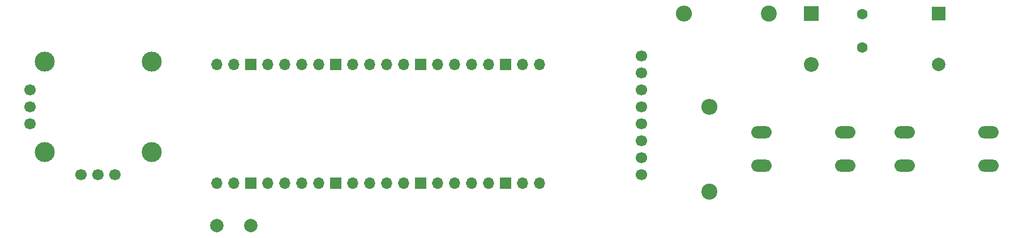
<source format=gbr>
%TF.GenerationSoftware,KiCad,Pcbnew,7.0.10*%
%TF.CreationDate,2024-02-15T20:28:35+01:00*%
%TF.ProjectId,pico_game_console,7069636f-5f67-4616-9d65-5f636f6e736f,rev?*%
%TF.SameCoordinates,Original*%
%TF.FileFunction,Soldermask,Top*%
%TF.FilePolarity,Negative*%
%FSLAX46Y46*%
G04 Gerber Fmt 4.6, Leading zero omitted, Abs format (unit mm)*
G04 Created by KiCad (PCBNEW 7.0.10) date 2024-02-15 20:28:35*
%MOMM*%
%LPD*%
G01*
G04 APERTURE LIST*
%ADD10C,1.700000*%
%ADD11O,1.700000X1.700000*%
%ADD12R,1.700000X1.700000*%
%ADD13C,3.000000*%
%ADD14C,2.000000*%
%ADD15O,3.048000X1.850000*%
%ADD16O,2.400000X2.400000*%
%ADD17C,2.400000*%
%ADD18R,2.200000X2.200000*%
%ADD19O,2.200000X2.200000*%
%ADD20C,1.600000*%
%ADD21R,2.000000X2.000000*%
G04 APERTURE END LIST*
D10*
%TO.C,LCD1*%
X135890000Y-45720000D03*
X135890000Y-43180000D03*
X135890000Y-40640000D03*
X135890000Y-38100000D03*
X135890000Y-35560000D03*
X135890000Y-33020000D03*
X135890000Y-30480000D03*
X135890000Y-27940000D03*
%TD*%
D11*
%TO.C,U1*%
X72390000Y-29210000D03*
X74930000Y-29210000D03*
D12*
X77470000Y-29210000D03*
D11*
X80010000Y-29210000D03*
X82550000Y-29210000D03*
X85090000Y-29210000D03*
X87630000Y-29210000D03*
D12*
X90170000Y-29210000D03*
D11*
X92710000Y-29210000D03*
X95250000Y-29210000D03*
X97790000Y-29210000D03*
X100330000Y-29210000D03*
D12*
X102870000Y-29210000D03*
D11*
X105410000Y-29210000D03*
X107950000Y-29210000D03*
X110490000Y-29210000D03*
X113030000Y-29210000D03*
D12*
X115570000Y-29210000D03*
D11*
X118110000Y-29210000D03*
X120650000Y-29210000D03*
X120650000Y-46990000D03*
X118110000Y-46990000D03*
D12*
X115570000Y-46990000D03*
D11*
X113030000Y-46990000D03*
X110490000Y-46990000D03*
X107950000Y-46990000D03*
X105410000Y-46990000D03*
D12*
X102870000Y-46990000D03*
D11*
X100330000Y-46990000D03*
X97790000Y-46990000D03*
X95250000Y-46990000D03*
X92710000Y-46990000D03*
D12*
X90170000Y-46990000D03*
D11*
X87630000Y-46990000D03*
X85090000Y-46990000D03*
X82550000Y-46990000D03*
X80010000Y-46990000D03*
D12*
X77470000Y-46990000D03*
D11*
X74930000Y-46990000D03*
X72390000Y-46990000D03*
%TD*%
D10*
%TO.C,JOY1*%
X52070000Y-45720000D03*
X54610000Y-45720000D03*
X57150000Y-45720000D03*
X44450000Y-38100000D03*
X44450000Y-35560000D03*
X44450000Y-33020000D03*
D13*
X46610000Y-28810000D03*
X46610000Y-42310000D03*
X62610000Y-28810000D03*
X62610000Y-42310000D03*
%TD*%
D14*
%TO.C,+3V/GND1*%
X72390000Y-53340000D03*
X77470000Y-53340000D03*
%TD*%
D15*
%TO.C,SW2*%
X187760000Y-44370000D03*
X175260000Y-44370000D03*
X187760000Y-39370000D03*
X175260000Y-39370000D03*
%TD*%
%TO.C,SW1*%
X166370000Y-44370000D03*
X153870000Y-44370000D03*
X166370000Y-39370000D03*
X153870000Y-39370000D03*
%TD*%
D16*
%TO.C,R2*%
X142240000Y-21590000D03*
D17*
X154940000Y-21590000D03*
%TD*%
%TO.C,R1*%
X146050000Y-48260000D03*
D16*
X146050000Y-35560000D03*
%TD*%
D18*
%TO.C,D1*%
X161290000Y-21590000D03*
D19*
X161290000Y-29210000D03*
%TD*%
D20*
%TO.C,C1*%
X168910000Y-21630000D03*
X168910000Y-26630000D03*
%TD*%
D21*
%TO.C,BZ1*%
X180340000Y-21600000D03*
D14*
X180340000Y-29200000D03*
%TD*%
M02*

</source>
